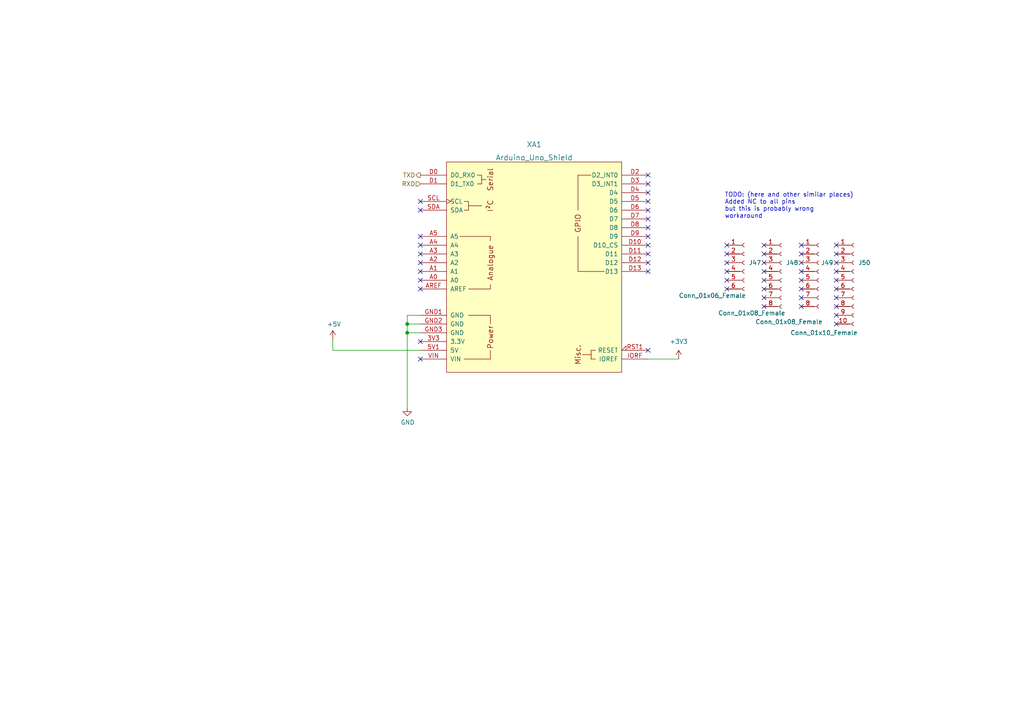
<source format=kicad_sch>
(kicad_sch (version 20230121) (generator eeschema)

  (uuid 2cd3975a-2259-4fa9-8133-e1586b9b9618)

  (paper "A4")

  (lib_symbols
    (symbol "Connector:Conn_01x06_Female" (pin_names (offset 1.016) hide) (in_bom yes) (on_board yes)
      (property "Reference" "J" (at 0 7.62 0)
        (effects (font (size 1.27 1.27)))
      )
      (property "Value" "Conn_01x06_Female" (at 0 -10.16 0)
        (effects (font (size 1.27 1.27)))
      )
      (property "Footprint" "" (at 0 0 0)
        (effects (font (size 1.27 1.27)) hide)
      )
      (property "Datasheet" "~" (at 0 0 0)
        (effects (font (size 1.27 1.27)) hide)
      )
      (property "ki_keywords" "connector" (at 0 0 0)
        (effects (font (size 1.27 1.27)) hide)
      )
      (property "ki_description" "Generic connector, single row, 01x06, script generated (kicad-library-utils/schlib/autogen/connector/)" (at 0 0 0)
        (effects (font (size 1.27 1.27)) hide)
      )
      (property "ki_fp_filters" "Connector*:*_1x??_*" (at 0 0 0)
        (effects (font (size 1.27 1.27)) hide)
      )
      (symbol "Conn_01x06_Female_1_1"
        (arc (start 0 -7.112) (mid -0.5058 -7.62) (end 0 -8.128)
          (stroke (width 0.1524) (type default))
          (fill (type none))
        )
        (arc (start 0 -4.572) (mid -0.5058 -5.08) (end 0 -5.588)
          (stroke (width 0.1524) (type default))
          (fill (type none))
        )
        (arc (start 0 -2.032) (mid -0.5058 -2.54) (end 0 -3.048)
          (stroke (width 0.1524) (type default))
          (fill (type none))
        )
        (polyline
          (pts
            (xy -1.27 -7.62)
            (xy -0.508 -7.62)
          )
          (stroke (width 0.1524) (type default))
          (fill (type none))
        )
        (polyline
          (pts
            (xy -1.27 -5.08)
            (xy -0.508 -5.08)
          )
          (stroke (width 0.1524) (type default))
          (fill (type none))
        )
        (polyline
          (pts
            (xy -1.27 -2.54)
            (xy -0.508 -2.54)
          )
          (stroke (width 0.1524) (type default))
          (fill (type none))
        )
        (polyline
          (pts
            (xy -1.27 0)
            (xy -0.508 0)
          )
          (stroke (width 0.1524) (type default))
          (fill (type none))
        )
        (polyline
          (pts
            (xy -1.27 2.54)
            (xy -0.508 2.54)
          )
          (stroke (width 0.1524) (type default))
          (fill (type none))
        )
        (polyline
          (pts
            (xy -1.27 5.08)
            (xy -0.508 5.08)
          )
          (stroke (width 0.1524) (type default))
          (fill (type none))
        )
        (arc (start 0 0.508) (mid -0.5058 0) (end 0 -0.508)
          (stroke (width 0.1524) (type default))
          (fill (type none))
        )
        (arc (start 0 3.048) (mid -0.5058 2.54) (end 0 2.032)
          (stroke (width 0.1524) (type default))
          (fill (type none))
        )
        (arc (start 0 5.588) (mid -0.5058 5.08) (end 0 4.572)
          (stroke (width 0.1524) (type default))
          (fill (type none))
        )
        (pin passive line (at -5.08 5.08 0) (length 3.81)
          (name "Pin_1" (effects (font (size 1.27 1.27))))
          (number "1" (effects (font (size 1.27 1.27))))
        )
        (pin passive line (at -5.08 2.54 0) (length 3.81)
          (name "Pin_2" (effects (font (size 1.27 1.27))))
          (number "2" (effects (font (size 1.27 1.27))))
        )
        (pin passive line (at -5.08 0 0) (length 3.81)
          (name "Pin_3" (effects (font (size 1.27 1.27))))
          (number "3" (effects (font (size 1.27 1.27))))
        )
        (pin passive line (at -5.08 -2.54 0) (length 3.81)
          (name "Pin_4" (effects (font (size 1.27 1.27))))
          (number "4" (effects (font (size 1.27 1.27))))
        )
        (pin passive line (at -5.08 -5.08 0) (length 3.81)
          (name "Pin_5" (effects (font (size 1.27 1.27))))
          (number "5" (effects (font (size 1.27 1.27))))
        )
        (pin passive line (at -5.08 -7.62 0) (length 3.81)
          (name "Pin_6" (effects (font (size 1.27 1.27))))
          (number "6" (effects (font (size 1.27 1.27))))
        )
      )
    )
    (symbol "Connector:Conn_01x08_Female" (pin_names (offset 1.016) hide) (in_bom yes) (on_board yes)
      (property "Reference" "J" (at 0 10.16 0)
        (effects (font (size 1.27 1.27)))
      )
      (property "Value" "Conn_01x08_Female" (at 0 -12.7 0)
        (effects (font (size 1.27 1.27)))
      )
      (property "Footprint" "" (at 0 0 0)
        (effects (font (size 1.27 1.27)) hide)
      )
      (property "Datasheet" "~" (at 0 0 0)
        (effects (font (size 1.27 1.27)) hide)
      )
      (property "ki_keywords" "connector" (at 0 0 0)
        (effects (font (size 1.27 1.27)) hide)
      )
      (property "ki_description" "Generic connector, single row, 01x08, script generated (kicad-library-utils/schlib/autogen/connector/)" (at 0 0 0)
        (effects (font (size 1.27 1.27)) hide)
      )
      (property "ki_fp_filters" "Connector*:*_1x??_*" (at 0 0 0)
        (effects (font (size 1.27 1.27)) hide)
      )
      (symbol "Conn_01x08_Female_1_1"
        (arc (start 0 -9.652) (mid -0.5058 -10.16) (end 0 -10.668)
          (stroke (width 0.1524) (type default))
          (fill (type none))
        )
        (arc (start 0 -7.112) (mid -0.5058 -7.62) (end 0 -8.128)
          (stroke (width 0.1524) (type default))
          (fill (type none))
        )
        (arc (start 0 -4.572) (mid -0.5058 -5.08) (end 0 -5.588)
          (stroke (width 0.1524) (type default))
          (fill (type none))
        )
        (arc (start 0 -2.032) (mid -0.5058 -2.54) (end 0 -3.048)
          (stroke (width 0.1524) (type default))
          (fill (type none))
        )
        (polyline
          (pts
            (xy -1.27 -10.16)
            (xy -0.508 -10.16)
          )
          (stroke (width 0.1524) (type default))
          (fill (type none))
        )
        (polyline
          (pts
            (xy -1.27 -7.62)
            (xy -0.508 -7.62)
          )
          (stroke (width 0.1524) (type default))
          (fill (type none))
        )
        (polyline
          (pts
            (xy -1.27 -5.08)
            (xy -0.508 -5.08)
          )
          (stroke (width 0.1524) (type default))
          (fill (type none))
        )
        (polyline
          (pts
            (xy -1.27 -2.54)
            (xy -0.508 -2.54)
          )
          (stroke (width 0.1524) (type default))
          (fill (type none))
        )
        (polyline
          (pts
            (xy -1.27 0)
            (xy -0.508 0)
          )
          (stroke (width 0.1524) (type default))
          (fill (type none))
        )
        (polyline
          (pts
            (xy -1.27 2.54)
            (xy -0.508 2.54)
          )
          (stroke (width 0.1524) (type default))
          (fill (type none))
        )
        (polyline
          (pts
            (xy -1.27 5.08)
            (xy -0.508 5.08)
          )
          (stroke (width 0.1524) (type default))
          (fill (type none))
        )
        (polyline
          (pts
            (xy -1.27 7.62)
            (xy -0.508 7.62)
          )
          (stroke (width 0.1524) (type default))
          (fill (type none))
        )
        (arc (start 0 0.508) (mid -0.5058 0) (end 0 -0.508)
          (stroke (width 0.1524) (type default))
          (fill (type none))
        )
        (arc (start 0 3.048) (mid -0.5058 2.54) (end 0 2.032)
          (stroke (width 0.1524) (type default))
          (fill (type none))
        )
        (arc (start 0 5.588) (mid -0.5058 5.08) (end 0 4.572)
          (stroke (width 0.1524) (type default))
          (fill (type none))
        )
        (arc (start 0 8.128) (mid -0.5058 7.62) (end 0 7.112)
          (stroke (width 0.1524) (type default))
          (fill (type none))
        )
        (pin passive line (at -5.08 7.62 0) (length 3.81)
          (name "Pin_1" (effects (font (size 1.27 1.27))))
          (number "1" (effects (font (size 1.27 1.27))))
        )
        (pin passive line (at -5.08 5.08 0) (length 3.81)
          (name "Pin_2" (effects (font (size 1.27 1.27))))
          (number "2" (effects (font (size 1.27 1.27))))
        )
        (pin passive line (at -5.08 2.54 0) (length 3.81)
          (name "Pin_3" (effects (font (size 1.27 1.27))))
          (number "3" (effects (font (size 1.27 1.27))))
        )
        (pin passive line (at -5.08 0 0) (length 3.81)
          (name "Pin_4" (effects (font (size 1.27 1.27))))
          (number "4" (effects (font (size 1.27 1.27))))
        )
        (pin passive line (at -5.08 -2.54 0) (length 3.81)
          (name "Pin_5" (effects (font (size 1.27 1.27))))
          (number "5" (effects (font (size 1.27 1.27))))
        )
        (pin passive line (at -5.08 -5.08 0) (length 3.81)
          (name "Pin_6" (effects (font (size 1.27 1.27))))
          (number "6" (effects (font (size 1.27 1.27))))
        )
        (pin passive line (at -5.08 -7.62 0) (length 3.81)
          (name "Pin_7" (effects (font (size 1.27 1.27))))
          (number "7" (effects (font (size 1.27 1.27))))
        )
        (pin passive line (at -5.08 -10.16 0) (length 3.81)
          (name "Pin_8" (effects (font (size 1.27 1.27))))
          (number "8" (effects (font (size 1.27 1.27))))
        )
      )
    )
    (symbol "Connector:Conn_01x10_Female" (pin_names (offset 1.016) hide) (in_bom yes) (on_board yes)
      (property "Reference" "J" (at 0 12.7 0)
        (effects (font (size 1.27 1.27)))
      )
      (property "Value" "Conn_01x10_Female" (at 0 -15.24 0)
        (effects (font (size 1.27 1.27)))
      )
      (property "Footprint" "" (at 0 0 0)
        (effects (font (size 1.27 1.27)) hide)
      )
      (property "Datasheet" "~" (at 0 0 0)
        (effects (font (size 1.27 1.27)) hide)
      )
      (property "ki_keywords" "connector" (at 0 0 0)
        (effects (font (size 1.27 1.27)) hide)
      )
      (property "ki_description" "Generic connector, single row, 01x10, script generated (kicad-library-utils/schlib/autogen/connector/)" (at 0 0 0)
        (effects (font (size 1.27 1.27)) hide)
      )
      (property "ki_fp_filters" "Connector*:*_1x??_*" (at 0 0 0)
        (effects (font (size 1.27 1.27)) hide)
      )
      (symbol "Conn_01x10_Female_1_1"
        (arc (start 0 -12.192) (mid -0.5058 -12.7) (end 0 -13.208)
          (stroke (width 0.1524) (type default))
          (fill (type none))
        )
        (arc (start 0 -9.652) (mid -0.5058 -10.16) (end 0 -10.668)
          (stroke (width 0.1524) (type default))
          (fill (type none))
        )
        (arc (start 0 -7.112) (mid -0.5058 -7.62) (end 0 -8.128)
          (stroke (width 0.1524) (type default))
          (fill (type none))
        )
        (arc (start 0 -4.572) (mid -0.5058 -5.08) (end 0 -5.588)
          (stroke (width 0.1524) (type default))
          (fill (type none))
        )
        (arc (start 0 -2.032) (mid -0.5058 -2.54) (end 0 -3.048)
          (stroke (width 0.1524) (type default))
          (fill (type none))
        )
        (polyline
          (pts
            (xy -1.27 -12.7)
            (xy -0.508 -12.7)
          )
          (stroke (width 0.1524) (type default))
          (fill (type none))
        )
        (polyline
          (pts
            (xy -1.27 -10.16)
            (xy -0.508 -10.16)
          )
          (stroke (width 0.1524) (type default))
          (fill (type none))
        )
        (polyline
          (pts
            (xy -1.27 -7.62)
            (xy -0.508 -7.62)
          )
          (stroke (width 0.1524) (type default))
          (fill (type none))
        )
        (polyline
          (pts
            (xy -1.27 -5.08)
            (xy -0.508 -5.08)
          )
          (stroke (width 0.1524) (type default))
          (fill (type none))
        )
        (polyline
          (pts
            (xy -1.27 -2.54)
            (xy -0.508 -2.54)
          )
          (stroke (width 0.1524) (type default))
          (fill (type none))
        )
        (polyline
          (pts
            (xy -1.27 0)
            (xy -0.508 0)
          )
          (stroke (width 0.1524) (type default))
          (fill (type none))
        )
        (polyline
          (pts
            (xy -1.27 2.54)
            (xy -0.508 2.54)
          )
          (stroke (width 0.1524) (type default))
          (fill (type none))
        )
        (polyline
          (pts
            (xy -1.27 5.08)
            (xy -0.508 5.08)
          )
          (stroke (width 0.1524) (type default))
          (fill (type none))
        )
        (polyline
          (pts
            (xy -1.27 7.62)
            (xy -0.508 7.62)
          )
          (stroke (width 0.1524) (type default))
          (fill (type none))
        )
        (polyline
          (pts
            (xy -1.27 10.16)
            (xy -0.508 10.16)
          )
          (stroke (width 0.1524) (type default))
          (fill (type none))
        )
        (arc (start 0 0.508) (mid -0.5058 0) (end 0 -0.508)
          (stroke (width 0.1524) (type default))
          (fill (type none))
        )
        (arc (start 0 3.048) (mid -0.5058 2.54) (end 0 2.032)
          (stroke (width 0.1524) (type default))
          (fill (type none))
        )
        (arc (start 0 5.588) (mid -0.5058 5.08) (end 0 4.572)
          (stroke (width 0.1524) (type default))
          (fill (type none))
        )
        (arc (start 0 8.128) (mid -0.5058 7.62) (end 0 7.112)
          (stroke (width 0.1524) (type default))
          (fill (type none))
        )
        (arc (start 0 10.668) (mid -0.5058 10.16) (end 0 9.652)
          (stroke (width 0.1524) (type default))
          (fill (type none))
        )
        (pin passive line (at -5.08 10.16 0) (length 3.81)
          (name "Pin_1" (effects (font (size 1.27 1.27))))
          (number "1" (effects (font (size 1.27 1.27))))
        )
        (pin passive line (at -5.08 -12.7 0) (length 3.81)
          (name "Pin_10" (effects (font (size 1.27 1.27))))
          (number "10" (effects (font (size 1.27 1.27))))
        )
        (pin passive line (at -5.08 7.62 0) (length 3.81)
          (name "Pin_2" (effects (font (size 1.27 1.27))))
          (number "2" (effects (font (size 1.27 1.27))))
        )
        (pin passive line (at -5.08 5.08 0) (length 3.81)
          (name "Pin_3" (effects (font (size 1.27 1.27))))
          (number "3" (effects (font (size 1.27 1.27))))
        )
        (pin passive line (at -5.08 2.54 0) (length 3.81)
          (name "Pin_4" (effects (font (size 1.27 1.27))))
          (number "4" (effects (font (size 1.27 1.27))))
        )
        (pin passive line (at -5.08 0 0) (length 3.81)
          (name "Pin_5" (effects (font (size 1.27 1.27))))
          (number "5" (effects (font (size 1.27 1.27))))
        )
        (pin passive line (at -5.08 -2.54 0) (length 3.81)
          (name "Pin_6" (effects (font (size 1.27 1.27))))
          (number "6" (effects (font (size 1.27 1.27))))
        )
        (pin passive line (at -5.08 -5.08 0) (length 3.81)
          (name "Pin_7" (effects (font (size 1.27 1.27))))
          (number "7" (effects (font (size 1.27 1.27))))
        )
        (pin passive line (at -5.08 -7.62 0) (length 3.81)
          (name "Pin_8" (effects (font (size 1.27 1.27))))
          (number "8" (effects (font (size 1.27 1.27))))
        )
        (pin passive line (at -5.08 -10.16 0) (length 3.81)
          (name "Pin_9" (effects (font (size 1.27 1.27))))
          (number "9" (effects (font (size 1.27 1.27))))
        )
      )
    )
    (symbol "MyModules:Arduino_Uno_Shield" (pin_names (offset 1.016)) (in_bom yes) (on_board yes)
      (property "Reference" "XA1" (at 0 35.56 0)
        (effects (font (size 1.524 1.524)))
      )
      (property "Value" "Arduino_Uno_Shield" (at 0 31.75 0)
        (effects (font (size 1.524 1.524)))
      )
      (property "Footprint" "MyModules:Arduino_Uno_Shield" (at 45.72 95.25 0)
        (effects (font (size 1.524 1.524)) hide)
      )
      (property "Datasheet" "" (at 45.72 95.25 0)
        (effects (font (size 1.524 1.524)) hide)
      )
      (property "Config" "do not place" (at 0 0 0)
        (effects (font (size 1.27 1.27)) hide)
      )
      (property "DNP" "Y" (at 0 0 0)
        (effects (font (size 1.27 1.27)) hide)
      )
      (property "ki_fp_filters" "Arduino_Uno_Shield" (at 0 0 0)
        (effects (font (size 1.27 1.27)) hide)
      )
      (symbol "Arduino_Uno_Shield_0_0"
        (rectangle (start -25.4 30.48) (end 25.4 -30.48)
          (stroke (width 0) (type default))
          (fill (type background))
        )
        (rectangle (start -20.32 -26.67) (end -12.7 -26.67)
          (stroke (width 0) (type default))
          (fill (type none))
        )
        (rectangle (start -19.05 -13.97) (end -12.7 -13.97)
          (stroke (width 0) (type default))
          (fill (type none))
        )
        (polyline
          (pts
            (xy -19.05 17.78)
            (xy -15.24 17.78)
          )
          (stroke (width 0) (type default))
          (fill (type none))
        )
        (polyline
          (pts
            (xy -15.24 25.4)
            (xy -13.97 25.4)
          )
          (stroke (width 0) (type default))
          (fill (type none))
        )
        (polyline
          (pts
            (xy -12.7 -26.67)
            (xy -12.7 -24.13)
          )
          (stroke (width 0) (type default))
          (fill (type none))
        )
        (polyline
          (pts
            (xy -12.7 -15.24)
            (xy -12.7 -16.51)
          )
          (stroke (width 0) (type default))
          (fill (type none))
        )
        (polyline
          (pts
            (xy -12.7 -13.97)
            (xy -12.7 -15.24)
          )
          (stroke (width 0) (type default))
          (fill (type none))
        )
        (polyline
          (pts
            (xy -12.7 -5.08)
            (xy -12.7 -6.35)
            (xy -19.05 -6.35)
          )
          (stroke (width 0) (type default))
          (fill (type none))
        )
        (polyline
          (pts
            (xy -12.7 7.62)
            (xy -12.7 8.89)
            (xy -21.59 8.89)
          )
          (stroke (width 0) (type default))
          (fill (type none))
        )
        (polyline
          (pts
            (xy 12.7 8.89)
            (xy 12.7 -1.27)
            (xy 20.32 -1.27)
          )
          (stroke (width 0) (type default))
          (fill (type none))
        )
        (polyline
          (pts
            (xy 12.7 16.51)
            (xy 12.7 26.67)
            (xy 16.51 26.67)
          )
          (stroke (width 0) (type default))
          (fill (type none))
        )
        (polyline
          (pts
            (xy -20.32 19.05)
            (xy -19.05 19.05)
            (xy -19.05 16.51)
            (xy -20.32 16.51)
          )
          (stroke (width 0) (type default))
          (fill (type none))
        )
        (polyline
          (pts
            (xy -16.51 26.67)
            (xy -15.24 26.67)
            (xy -15.24 24.13)
            (xy -16.51 24.13)
          )
          (stroke (width 0) (type default))
          (fill (type none))
        )
        (rectangle (start 16.51 -25.4) (end 13.97 -25.4)
          (stroke (width 0) (type default))
          (fill (type none))
        )
        (rectangle (start 16.51 -24.13) (end 16.51 -26.67)
          (stroke (width 0) (type default))
          (fill (type none))
        )
        (rectangle (start 17.78 -26.67) (end 16.51 -26.67)
          (stroke (width 0) (type default))
          (fill (type none))
        )
        (rectangle (start 17.78 -24.13) (end 16.51 -24.13)
          (stroke (width 0) (type default))
          (fill (type none))
        )
        (text "Analogue" (at -12.7 1.27 900)
          (effects (font (size 1.524 1.524)))
        )
        (text "I²C" (at -12.7 17.78 900)
          (effects (font (size 1.524 1.524)))
        )
        (text "Misc." (at 12.7 -25.4 900)
          (effects (font (size 1.524 1.524)))
        )
        (text "Power" (at -12.7 -20.32 900)
          (effects (font (size 1.524 1.524)))
        )
        (text "Serial" (at -12.7 25.4 900)
          (effects (font (size 1.524 1.524)))
        )
      )
      (symbol "Arduino_Uno_Shield_1_0"
        (text "GPIO" (at 12.7 12.7 900)
          (effects (font (size 1.524 1.524)))
        )
      )
      (symbol "Arduino_Uno_Shield_1_1"
        (pin power_in line (at -33.02 -21.59 0) (length 7.62)
          (name "3.3V" (effects (font (size 1.27 1.27))))
          (number "3V3" (effects (font (size 1.27 1.27))))
        )
        (pin power_in line (at -33.02 -24.13 0) (length 7.62)
          (name "5V" (effects (font (size 1.27 1.27))))
          (number "5V1" (effects (font (size 1.27 1.27))))
        )
        (pin bidirectional line (at -33.02 -3.81 0) (length 7.62)
          (name "A0" (effects (font (size 1.27 1.27))))
          (number "A0" (effects (font (size 1.27 1.27))))
        )
        (pin bidirectional line (at -33.02 -1.27 0) (length 7.62)
          (name "A1" (effects (font (size 1.27 1.27))))
          (number "A1" (effects (font (size 1.27 1.27))))
        )
        (pin bidirectional line (at -33.02 1.27 0) (length 7.62)
          (name "A2" (effects (font (size 1.27 1.27))))
          (number "A2" (effects (font (size 1.27 1.27))))
        )
        (pin bidirectional line (at -33.02 3.81 0) (length 7.62)
          (name "A3" (effects (font (size 1.27 1.27))))
          (number "A3" (effects (font (size 1.27 1.27))))
        )
        (pin bidirectional line (at -33.02 6.35 0) (length 7.62)
          (name "A4" (effects (font (size 1.27 1.27))))
          (number "A4" (effects (font (size 1.27 1.27))))
        )
        (pin bidirectional line (at -33.02 8.89 0) (length 7.62)
          (name "A5" (effects (font (size 1.27 1.27))))
          (number "A5" (effects (font (size 1.27 1.27))))
        )
        (pin input line (at -33.02 -6.35 0) (length 7.62)
          (name "AREF" (effects (font (size 1.27 1.27))))
          (number "AREF" (effects (font (size 1.27 1.27))))
        )
        (pin bidirectional line (at -33.02 26.67 0) (length 7.62)
          (name "D0_RX0" (effects (font (size 1.27 1.27))))
          (number "D0" (effects (font (size 1.27 1.27))))
        )
        (pin bidirectional line (at -33.02 24.13 0) (length 7.62)
          (name "D1_TX0" (effects (font (size 1.27 1.27))))
          (number "D1" (effects (font (size 1.27 1.27))))
        )
        (pin bidirectional line (at 33.02 6.35 180) (length 7.62)
          (name "D10_CS" (effects (font (size 1.27 1.27))))
          (number "D10" (effects (font (size 1.27 1.27))))
        )
        (pin bidirectional line (at 33.02 3.81 180) (length 7.62)
          (name "D11" (effects (font (size 1.27 1.27))))
          (number "D11" (effects (font (size 1.27 1.27))))
        )
        (pin bidirectional line (at 33.02 1.27 180) (length 7.62)
          (name "D12" (effects (font (size 1.27 1.27))))
          (number "D12" (effects (font (size 1.27 1.27))))
        )
        (pin bidirectional line (at 33.02 -1.27 180) (length 7.62)
          (name "D13" (effects (font (size 1.27 1.27))))
          (number "D13" (effects (font (size 1.27 1.27))))
        )
        (pin bidirectional line (at 33.02 26.67 180) (length 7.62)
          (name "D2_INT0" (effects (font (size 1.27 1.27))))
          (number "D2" (effects (font (size 1.27 1.27))))
        )
        (pin bidirectional line (at 33.02 24.13 180) (length 7.62)
          (name "D3_INT1" (effects (font (size 1.27 1.27))))
          (number "D3" (effects (font (size 1.27 1.27))))
        )
        (pin bidirectional line (at 33.02 21.59 180) (length 7.62)
          (name "D4" (effects (font (size 1.27 1.27))))
          (number "D4" (effects (font (size 1.27 1.27))))
        )
        (pin bidirectional line (at 33.02 19.05 180) (length 7.62)
          (name "D5" (effects (font (size 1.27 1.27))))
          (number "D5" (effects (font (size 1.27 1.27))))
        )
        (pin bidirectional line (at 33.02 16.51 180) (length 7.62)
          (name "D6" (effects (font (size 1.27 1.27))))
          (number "D6" (effects (font (size 1.27 1.27))))
        )
        (pin bidirectional line (at 33.02 13.97 180) (length 7.62)
          (name "D7" (effects (font (size 1.27 1.27))))
          (number "D7" (effects (font (size 1.27 1.27))))
        )
        (pin bidirectional line (at 33.02 11.43 180) (length 7.62)
          (name "D8" (effects (font (size 1.27 1.27))))
          (number "D8" (effects (font (size 1.27 1.27))))
        )
        (pin bidirectional line (at 33.02 8.89 180) (length 7.62)
          (name "D9" (effects (font (size 1.27 1.27))))
          (number "D9" (effects (font (size 1.27 1.27))))
        )
        (pin power_in line (at -33.02 -13.97 0) (length 7.62)
          (name "GND" (effects (font (size 1.27 1.27))))
          (number "GND1" (effects (font (size 1.27 1.27))))
        )
        (pin power_in line (at -33.02 -16.51 0) (length 7.62)
          (name "GND" (effects (font (size 1.27 1.27))))
          (number "GND2" (effects (font (size 1.27 1.27))))
        )
        (pin power_in line (at -33.02 -19.05 0) (length 7.62)
          (name "GND" (effects (font (size 1.27 1.27))))
          (number "GND3" (effects (font (size 1.27 1.27))))
        )
        (pin power_in line (at 33.02 -26.67 180) (length 7.62)
          (name "IOREF" (effects (font (size 1.27 1.27))))
          (number "IORF" (effects (font (size 1.27 1.27))))
        )
        (pin open_collector input_low (at 33.02 -24.13 180) (length 7.62)
          (name "RESET" (effects (font (size 1.27 1.27))))
          (number "RST1" (effects (font (size 1.27 1.27))))
        )
        (pin bidirectional clock (at -33.02 19.05 0) (length 7.62)
          (name "SCL" (effects (font (size 1.27 1.27))))
          (number "SCL" (effects (font (size 1.27 1.27))))
        )
        (pin bidirectional line (at -33.02 16.51 0) (length 7.62)
          (name "SDA" (effects (font (size 1.27 1.27))))
          (number "SDA" (effects (font (size 1.27 1.27))))
        )
        (pin power_in line (at -33.02 -26.67 0) (length 7.62)
          (name "VIN" (effects (font (size 1.27 1.27))))
          (number "VIN" (effects (font (size 1.27 1.27))))
        )
      )
    )
    (symbol "power:+3.3V" (power) (pin_names (offset 0)) (in_bom yes) (on_board yes)
      (property "Reference" "#PWR" (at 0 -3.81 0)
        (effects (font (size 1.27 1.27)) hide)
      )
      (property "Value" "+3.3V" (at 0 3.556 0)
        (effects (font (size 1.27 1.27)))
      )
      (property "Footprint" "" (at 0 0 0)
        (effects (font (size 1.27 1.27)) hide)
      )
      (property "Datasheet" "" (at 0 0 0)
        (effects (font (size 1.27 1.27)) hide)
      )
      (property "ki_keywords" "power-flag" (at 0 0 0)
        (effects (font (size 1.27 1.27)) hide)
      )
      (property "ki_description" "Power symbol creates a global label with name \"+3.3V\"" (at 0 0 0)
        (effects (font (size 1.27 1.27)) hide)
      )
      (symbol "+3.3V_0_1"
        (polyline
          (pts
            (xy -0.762 1.27)
            (xy 0 2.54)
          )
          (stroke (width 0) (type default))
          (fill (type none))
        )
        (polyline
          (pts
            (xy 0 0)
            (xy 0 2.54)
          )
          (stroke (width 0) (type default))
          (fill (type none))
        )
        (polyline
          (pts
            (xy 0 2.54)
            (xy 0.762 1.27)
          )
          (stroke (width 0) (type default))
          (fill (type none))
        )
      )
      (symbol "+3.3V_1_1"
        (pin power_in line (at 0 0 90) (length 0) hide
          (name "+3V3" (effects (font (size 1.27 1.27))))
          (number "1" (effects (font (size 1.27 1.27))))
        )
      )
    )
    (symbol "power:+5V" (power) (pin_names (offset 0)) (in_bom yes) (on_board yes)
      (property "Reference" "#PWR" (at 0 -3.81 0)
        (effects (font (size 1.27 1.27)) hide)
      )
      (property "Value" "+5V" (at 0 3.556 0)
        (effects (font (size 1.27 1.27)))
      )
      (property "Footprint" "" (at 0 0 0)
        (effects (font (size 1.27 1.27)) hide)
      )
      (property "Datasheet" "" (at 0 0 0)
        (effects (font (size 1.27 1.27)) hide)
      )
      (property "ki_keywords" "power-flag" (at 0 0 0)
        (effects (font (size 1.27 1.27)) hide)
      )
      (property "ki_description" "Power symbol creates a global label with name \"+5V\"" (at 0 0 0)
        (effects (font (size 1.27 1.27)) hide)
      )
      (symbol "+5V_0_1"
        (polyline
          (pts
            (xy -0.762 1.27)
            (xy 0 2.54)
          )
          (stroke (width 0) (type default))
          (fill (type none))
        )
        (polyline
          (pts
            (xy 0 0)
            (xy 0 2.54)
          )
          (stroke (width 0) (type default))
          (fill (type none))
        )
        (polyline
          (pts
            (xy 0 2.54)
            (xy 0.762 1.27)
          )
          (stroke (width 0) (type default))
          (fill (type none))
        )
      )
      (symbol "+5V_1_1"
        (pin power_in line (at 0 0 90) (length 0) hide
          (name "+5V" (effects (font (size 1.27 1.27))))
          (number "1" (effects (font (size 1.27 1.27))))
        )
      )
    )
    (symbol "power:GND" (power) (pin_names (offset 0)) (in_bom yes) (on_board yes)
      (property "Reference" "#PWR" (at 0 -6.35 0)
        (effects (font (size 1.27 1.27)) hide)
      )
      (property "Value" "GND" (at 0 -3.81 0)
        (effects (font (size 1.27 1.27)))
      )
      (property "Footprint" "" (at 0 0 0)
        (effects (font (size 1.27 1.27)) hide)
      )
      (property "Datasheet" "" (at 0 0 0)
        (effects (font (size 1.27 1.27)) hide)
      )
      (property "ki_keywords" "power-flag" (at 0 0 0)
        (effects (font (size 1.27 1.27)) hide)
      )
      (property "ki_description" "Power symbol creates a global label with name \"GND\" , ground" (at 0 0 0)
        (effects (font (size 1.27 1.27)) hide)
      )
      (symbol "GND_0_1"
        (polyline
          (pts
            (xy 0 0)
            (xy 0 -1.27)
            (xy 1.27 -1.27)
            (xy 0 -2.54)
            (xy -1.27 -1.27)
            (xy 0 -1.27)
          )
          (stroke (width 0) (type default))
          (fill (type none))
        )
      )
      (symbol "GND_1_1"
        (pin power_in line (at 0 0 270) (length 0) hide
          (name "GND" (effects (font (size 1.27 1.27))))
          (number "1" (effects (font (size 1.27 1.27))))
        )
      )
    )
  )

  (junction (at 118.11 96.52) (diameter 0) (color 0 0 0 0)
    (uuid b8b15b51-8345-4a1d-8ecf-04fc15b9e450)
  )
  (junction (at 118.11 93.98) (diameter 0) (color 0 0 0 0)
    (uuid eafb53d1-7486-4935-b154-2efbffbed6ca)
  )

  (no_connect (at 121.92 83.82) (uuid 308cb55e-95a7-46e2-89df-43a5fdb258cc))
  (no_connect (at 121.92 81.28) (uuid 308cb55e-95a7-46e2-89df-43a5fdb258cd))
  (no_connect (at 121.92 78.74) (uuid 308cb55e-95a7-46e2-89df-43a5fdb258ce))
  (no_connect (at 121.92 76.2) (uuid 308cb55e-95a7-46e2-89df-43a5fdb258cf))
  (no_connect (at 121.92 68.58) (uuid 308cb55e-95a7-46e2-89df-43a5fdb258d0))
  (no_connect (at 121.92 73.66) (uuid 308cb55e-95a7-46e2-89df-43a5fdb258d1))
  (no_connect (at 121.92 71.12) (uuid 308cb55e-95a7-46e2-89df-43a5fdb258d2))
  (no_connect (at 121.92 58.42) (uuid 308cb55e-95a7-46e2-89df-43a5fdb258d3))
  (no_connect (at 121.92 60.96) (uuid 308cb55e-95a7-46e2-89df-43a5fdb258d4))
  (no_connect (at 187.96 76.2) (uuid 308cb55e-95a7-46e2-89df-43a5fdb258d5))
  (no_connect (at 187.96 78.74) (uuid 308cb55e-95a7-46e2-89df-43a5fdb258d6))
  (no_connect (at 187.96 63.5) (uuid 308cb55e-95a7-46e2-89df-43a5fdb258da))
  (no_connect (at 187.96 66.04) (uuid 308cb55e-95a7-46e2-89df-43a5fdb258db))
  (no_connect (at 187.96 68.58) (uuid 308cb55e-95a7-46e2-89df-43a5fdb258dc))
  (no_connect (at 187.96 71.12) (uuid 308cb55e-95a7-46e2-89df-43a5fdb258dd))
  (no_connect (at 187.96 73.66) (uuid 308cb55e-95a7-46e2-89df-43a5fdb258de))
  (no_connect (at 187.96 50.8) (uuid 308cb55e-95a7-46e2-89df-43a5fdb258df))
  (no_connect (at 187.96 53.34) (uuid 308cb55e-95a7-46e2-89df-43a5fdb258e0))
  (no_connect (at 187.96 55.88) (uuid 308cb55e-95a7-46e2-89df-43a5fdb258e1))
  (no_connect (at 187.96 58.42) (uuid 308cb55e-95a7-46e2-89df-43a5fdb258e2))
  (no_connect (at 187.96 60.96) (uuid 308cb55e-95a7-46e2-89df-43a5fdb258e3))
  (no_connect (at 187.96 101.6) (uuid 308cb55e-95a7-46e2-89df-43a5fdb258e4))
  (no_connect (at 210.82 83.82) (uuid 87c85dd5-5786-46ed-9c45-f51d221c0b03))
  (no_connect (at 210.82 71.12) (uuid 87c85dd5-5786-46ed-9c45-f51d221c0b04))
  (no_connect (at 210.82 73.66) (uuid 87c85dd5-5786-46ed-9c45-f51d221c0b05))
  (no_connect (at 210.82 76.2) (uuid 87c85dd5-5786-46ed-9c45-f51d221c0b06))
  (no_connect (at 210.82 78.74) (uuid 87c85dd5-5786-46ed-9c45-f51d221c0b07))
  (no_connect (at 210.82 81.28) (uuid 87c85dd5-5786-46ed-9c45-f51d221c0b08))
  (no_connect (at 221.615 78.74) (uuid 87c85dd5-5786-46ed-9c45-f51d221c0b09))
  (no_connect (at 221.615 81.28) (uuid 87c85dd5-5786-46ed-9c45-f51d221c0b0a))
  (no_connect (at 221.615 83.82) (uuid 87c85dd5-5786-46ed-9c45-f51d221c0b0b))
  (no_connect (at 221.615 86.36) (uuid 87c85dd5-5786-46ed-9c45-f51d221c0b0c))
  (no_connect (at 221.615 88.9) (uuid 87c85dd5-5786-46ed-9c45-f51d221c0b0d))
  (no_connect (at 232.41 88.9) (uuid 87c85dd5-5786-46ed-9c45-f51d221c0b0e))
  (no_connect (at 232.41 86.36) (uuid 87c85dd5-5786-46ed-9c45-f51d221c0b0f))
  (no_connect (at 232.41 83.82) (uuid 87c85dd5-5786-46ed-9c45-f51d221c0b10))
  (no_connect (at 232.41 81.28) (uuid 87c85dd5-5786-46ed-9c45-f51d221c0b11))
  (no_connect (at 242.57 91.44) (uuid 87c85dd5-5786-46ed-9c45-f51d221c0b12))
  (no_connect (at 242.57 93.98) (uuid 87c85dd5-5786-46ed-9c45-f51d221c0b13))
  (no_connect (at 221.615 71.12) (uuid 87c85dd5-5786-46ed-9c45-f51d221c0b14))
  (no_connect (at 221.615 73.66) (uuid 87c85dd5-5786-46ed-9c45-f51d221c0b15))
  (no_connect (at 232.41 71.12) (uuid 87c85dd5-5786-46ed-9c45-f51d221c0b16))
  (no_connect (at 221.615 76.2) (uuid 87c85dd5-5786-46ed-9c45-f51d221c0b17))
  (no_connect (at 232.41 78.74) (uuid 87c85dd5-5786-46ed-9c45-f51d221c0b18))
  (no_connect (at 232.41 76.2) (uuid 87c85dd5-5786-46ed-9c45-f51d221c0b19))
  (no_connect (at 232.41 73.66) (uuid 87c85dd5-5786-46ed-9c45-f51d221c0b1a))
  (no_connect (at 242.57 71.12) (uuid 87c85dd5-5786-46ed-9c45-f51d221c0b1b))
  (no_connect (at 242.57 73.66) (uuid 87c85dd5-5786-46ed-9c45-f51d221c0b1c))
  (no_connect (at 242.57 76.2) (uuid 87c85dd5-5786-46ed-9c45-f51d221c0b1d))
  (no_connect (at 242.57 78.74) (uuid 87c85dd5-5786-46ed-9c45-f51d221c0b1e))
  (no_connect (at 242.57 81.28) (uuid 87c85dd5-5786-46ed-9c45-f51d221c0b1f))
  (no_connect (at 242.57 83.82) (uuid 87c85dd5-5786-46ed-9c45-f51d221c0b20))
  (no_connect (at 242.57 86.36) (uuid 87c85dd5-5786-46ed-9c45-f51d221c0b21))
  (no_connect (at 242.57 88.9) (uuid 87c85dd5-5786-46ed-9c45-f51d221c0b22))
  (no_connect (at 121.92 99.06) (uuid b652d8e8-4f9a-4db4-b00b-80a04a5eea9d))
  (no_connect (at 121.92 104.14) (uuid b652d8e8-4f9a-4db4-b00b-80a04a5eea9e))

  (wire (pts (xy 121.92 96.52) (xy 118.11 96.52))
    (stroke (width 0) (type default))
    (uuid 004b7456-c25a-480f-88f6-723c1bcd9939)
  )
  (wire (pts (xy 118.11 91.44) (xy 118.11 93.98))
    (stroke (width 0) (type default))
    (uuid 3b6dda98-f455-4961-854e-3c4cceecffcc)
  )
  (wire (pts (xy 121.92 93.98) (xy 118.11 93.98))
    (stroke (width 0) (type default))
    (uuid 42f10020-b50a-4739-a546-6b63e441c980)
  )
  (wire (pts (xy 96.52 98.425) (xy 96.52 101.6))
    (stroke (width 0) (type default))
    (uuid 5d2f1736-f198-4ee7-a3c0-263aeb748d14)
  )
  (wire (pts (xy 96.52 101.6) (xy 121.92 101.6))
    (stroke (width 0) (type default))
    (uuid 6e9883d7-9642-4425-a248-b92a09f0624c)
  )
  (wire (pts (xy 118.11 96.52) (xy 118.11 118.11))
    (stroke (width 0) (type default))
    (uuid 832b5a8c-7fe2-47ff-beee-cebf840750bb)
  )
  (wire (pts (xy 121.92 91.44) (xy 118.11 91.44))
    (stroke (width 0) (type default))
    (uuid af6ac8e6-193c-4bd2-ac0b-7f515b538a8b)
  )
  (wire (pts (xy 118.11 93.98) (xy 118.11 96.52))
    (stroke (width 0) (type default))
    (uuid b55dabdc-b790-4740-9349-75159cff975a)
  )
  (wire (pts (xy 187.96 104.14) (xy 196.85 104.14))
    (stroke (width 0) (type default))
    (uuid f34bd975-248c-4880-826a-51cd0091b014)
  )

  (text "TODO: (here and other similar places)\nAdded NC to all pins \nbut this is probably wrong\nworkaround"
    (at 210.185 63.5 0)
    (effects (font (size 1.27 1.27)) (justify left bottom))
    (uuid 0aebd4b1-26c9-4c64-882a-2c16bdb0d4fa)
  )

  (hierarchical_label "TXD" (shape output) (at 121.92 50.8 180) (fields_autoplaced)
    (effects (font (size 1.27 1.27)) (justify right))
    (uuid 8765371a-21c2-4fe3-a3af-88f5eb1f02a0)
  )
  (hierarchical_label "RXD" (shape input) (at 121.92 53.34 180) (fields_autoplaced)
    (effects (font (size 1.27 1.27)) (justify right))
    (uuid ed952427-2217-4500-9bbc-0c2746b198ad)
  )

  (symbol (lib_id "power:GND") (at 118.11 118.11 0) (unit 1)
    (in_bom yes) (on_board yes) (dnp no)
    (uuid 00000000-0000-0000-0000-0000610913ae)
    (property "Reference" "#PWR0109" (at 118.11 124.46 0)
      (effects (font (size 1.27 1.27)) hide)
    )
    (property "Value" "GND" (at 118.237 122.5042 0)
      (effects (font (size 1.27 1.27)))
    )
    (property "Footprint" "" (at 118.11 118.11 0)
      (effects (font (size 1.27 1.27)) hide)
    )
    (property "Datasheet" "" (at 118.11 118.11 0)
      (effects (font (size 1.27 1.27)) hide)
    )
    (pin "1" (uuid 1a1e8f6a-d2ac-447c-8fa6-2bc682b8bcdc))
    (instances
      (project "OM Landroid MB"
        (path "/c454102f-dc92-4550-9492-797fc8e6b49c/00000000-0000-0000-0000-00006109dce5"
          (reference "#PWR0109") (unit 1)
        )
      )
    )
  )

  (symbol (lib_id "power:+3.3V") (at 196.85 104.14 0) (unit 1)
    (in_bom yes) (on_board yes) (dnp no) (fields_autoplaced)
    (uuid 467845d0-e864-40d0-8d2c-d7ba4d85e554)
    (property "Reference" "#PWR0116" (at 196.85 107.95 0)
      (effects (font (size 1.27 1.27)) hide)
    )
    (property "Value" "+3.3V" (at 196.85 99.06 0)
      (effects (font (size 1.27 1.27)))
    )
    (property "Footprint" "" (at 196.85 104.14 0)
      (effects (font (size 1.27 1.27)) hide)
    )
    (property "Datasheet" "" (at 196.85 104.14 0)
      (effects (font (size 1.27 1.27)) hide)
    )
    (pin "1" (uuid c7ec9769-4fef-44cb-946c-62be59a54b29))
    (instances
      (project "OM Landroid MB"
        (path "/c454102f-dc92-4550-9492-797fc8e6b49c/00000000-0000-0000-0000-00006109dce5"
          (reference "#PWR0116") (unit 1)
        )
      )
    )
  )

  (symbol (lib_id "Connector:Conn_01x10_Female") (at 247.65 81.28 0) (unit 1)
    (in_bom yes) (on_board no) (dnp no)
    (uuid 649164b7-9eb9-4189-839a-6dcef63f68c2)
    (property "Reference" "J50" (at 248.92 76.2 0)
      (effects (font (size 1.27 1.27)) (justify left))
    )
    (property "Value" "Conn_01x10_Female" (at 229.235 96.52 0)
      (effects (font (size 1.27 1.27)) (justify left))
    )
    (property "Footprint" "" (at 247.65 81.28 0)
      (effects (font (size 1.27 1.27)) hide)
    )
    (property "Datasheet" "~" (at 247.65 81.28 0)
      (effects (font (size 1.27 1.27)) hide)
    )
    (property "LCSC" "C35445" (at 247.65 81.28 0)
      (effects (font (size 1.27 1.27)) hide)
    )
    (property "Part Number" "C35445" (at 247.65 81.28 0)
      (effects (font (size 1.27 1.27)) hide)
    )
    (property "Stock_PN" "J-TH-1x10-.1F" (at 247.65 81.28 0)
      (effects (font (size 1.27 1.27)) hide)
    )
    (pin "1" (uuid 13a9936b-943c-4aa4-b3eb-21470a0b8d0a))
    (pin "10" (uuid 464ea399-28ac-4ecf-93ca-8109f99118e2))
    (pin "2" (uuid 1c15c0a3-15e8-406b-9754-c092f8898ce3))
    (pin "3" (uuid 6f027b68-f5c9-4fc8-9766-427861905873))
    (pin "4" (uuid be700ba0-c5d1-44b0-9aee-c6fd93ba2ac6))
    (pin "5" (uuid 95cdeb47-0abf-4598-92b6-e29ccf68a01b))
    (pin "6" (uuid c4a54d4d-c35c-4ca0-8507-93d9297306f5))
    (pin "7" (uuid 6a81a04b-0c6b-4fb8-9f82-5563fe86f14c))
    (pin "8" (uuid e8eac3d4-af87-4d9b-a96a-f2ab198532b2))
    (pin "9" (uuid 3dbf3f90-4bbe-4cc2-9053-3c3fd002adbe))
    (instances
      (project "OM Landroid MB"
        (path "/c454102f-dc92-4550-9492-797fc8e6b49c/00000000-0000-0000-0000-00006109dce5"
          (reference "J50") (unit 1)
        )
      )
    )
  )

  (symbol (lib_id "power:+5V") (at 96.52 98.425 0) (unit 1)
    (in_bom yes) (on_board yes) (dnp no)
    (uuid 6ee16e40-2ec2-436c-891f-4f0111e8ba95)
    (property "Reference" "#PWR0134" (at 96.52 102.235 0)
      (effects (font (size 1.27 1.27)) hide)
    )
    (property "Value" "+5V" (at 96.901 94.0308 0)
      (effects (font (size 1.27 1.27)))
    )
    (property "Footprint" "" (at 96.52 98.425 0)
      (effects (font (size 1.27 1.27)) hide)
    )
    (property "Datasheet" "" (at 96.52 98.425 0)
      (effects (font (size 1.27 1.27)) hide)
    )
    (pin "1" (uuid c3d92efa-83e8-4046-af4a-ce6fe6729a30))
    (instances
      (project "OM Landroid MB"
        (path "/c454102f-dc92-4550-9492-797fc8e6b49c/00000000-0000-0000-0000-00006109dce5"
          (reference "#PWR0134") (unit 1)
        )
      )
    )
  )

  (symbol (lib_id "Connector:Conn_01x08_Female") (at 237.49 78.74 0) (unit 1)
    (in_bom yes) (on_board no) (dnp no)
    (uuid 6f651fde-880e-4ecf-90c1-1b78a286d743)
    (property "Reference" "J49" (at 238.125 76.2 0)
      (effects (font (size 1.27 1.27)) (justify left))
    )
    (property "Value" "Conn_01x08_Female" (at 219.075 93.345 0)
      (effects (font (size 1.27 1.27)) (justify left))
    )
    (property "Footprint" "" (at 237.49 78.74 0)
      (effects (font (size 1.27 1.27)) hide)
    )
    (property "Datasheet" "~" (at 237.49 78.74 0)
      (effects (font (size 1.27 1.27)) hide)
    )
    (property "LCSC" "C27438" (at 237.49 78.74 0)
      (effects (font (size 1.27 1.27)) hide)
    )
    (property "Part Number" "C27438" (at 237.49 78.74 0)
      (effects (font (size 1.27 1.27)) hide)
    )
    (property "Stock_PN" "J-TH-1x8-.1F" (at 237.49 78.74 0)
      (effects (font (size 1.27 1.27)) hide)
    )
    (pin "1" (uuid e9a2ff4d-56e8-4b37-be6f-bab16943d949))
    (pin "2" (uuid dabf5dbf-fa92-4e17-9c13-bb431b381d25))
    (pin "3" (uuid 81e84b3f-9ac4-406c-9562-d9f4010e574b))
    (pin "4" (uuid d64c027a-5200-428a-9883-7b24c924aa59))
    (pin "5" (uuid 34b710ad-c8fe-4986-abb1-d4b3e59f0448))
    (pin "6" (uuid 6f65c856-8482-4202-bc85-8b4a8a2a2e5d))
    (pin "7" (uuid 3638ce31-9f66-4c0b-bcb8-2bdea1bb0f1f))
    (pin "8" (uuid c21dd749-e5a2-41dd-904a-5cedd225ffe9))
    (instances
      (project "OM Landroid MB"
        (path "/c454102f-dc92-4550-9492-797fc8e6b49c/00000000-0000-0000-0000-00006109dce5"
          (reference "J49") (unit 1)
        )
      )
    )
  )

  (symbol (lib_id "Connector:Conn_01x06_Female") (at 215.9 76.2 0) (unit 1)
    (in_bom yes) (on_board no) (dnp no)
    (uuid 8ad4c26e-7799-43b5-bce7-e03b56392be4)
    (property "Reference" "J47" (at 217.17 76.2 0)
      (effects (font (size 1.27 1.27)) (justify left))
    )
    (property "Value" "Conn_01x06_Female" (at 196.85 85.725 0)
      (effects (font (size 1.27 1.27)) (justify left))
    )
    (property "Footprint" "" (at 215.9 76.2 0)
      (effects (font (size 1.27 1.27)) hide)
    )
    (property "Datasheet" "~" (at 215.9 76.2 0)
      (effects (font (size 1.27 1.27)) hide)
    )
    (property "LCSC" "C40877" (at 215.9 76.2 0)
      (effects (font (size 1.27 1.27)) hide)
    )
    (property "Part Number" "C40877" (at 215.9 76.2 0)
      (effects (font (size 1.27 1.27)) hide)
    )
    (property "Stock_PN" "J-TH-1x6-.1F" (at 215.9 76.2 0)
      (effects (font (size 1.27 1.27)) hide)
    )
    (pin "1" (uuid 7995e523-012f-4e1e-8697-85e9be4682cc))
    (pin "2" (uuid 211dafae-49cb-4e21-8b4b-ab2810e6e7a1))
    (pin "3" (uuid 9fe42aa7-98e7-445f-9565-592fca14b31c))
    (pin "4" (uuid db2f05a7-e6ca-4a3d-a8dd-ad891d4b8339))
    (pin "5" (uuid 8e198803-8d78-4422-aa0a-acdb3f0750fa))
    (pin "6" (uuid 22922ee9-66b2-4367-8e70-65eb0368f0f5))
    (instances
      (project "OM Landroid MB"
        (path "/c454102f-dc92-4550-9492-797fc8e6b49c/00000000-0000-0000-0000-00006109dce5"
          (reference "J47") (unit 1)
        )
      )
    )
  )

  (symbol (lib_id "Connector:Conn_01x08_Female") (at 226.695 78.74 0) (unit 1)
    (in_bom yes) (on_board no) (dnp no)
    (uuid d240376e-d4dc-4178-9a18-103da8255742)
    (property "Reference" "J48" (at 227.965 76.2 0)
      (effects (font (size 1.27 1.27)) (justify left))
    )
    (property "Value" "Conn_01x08_Female" (at 208.28 90.805 0)
      (effects (font (size 1.27 1.27)) (justify left))
    )
    (property "Footprint" "" (at 226.695 78.74 0)
      (effects (font (size 1.27 1.27)) hide)
    )
    (property "Datasheet" "~" (at 226.695 78.74 0)
      (effects (font (size 1.27 1.27)) hide)
    )
    (property "LCSC" "C27438" (at 226.695 78.74 0)
      (effects (font (size 1.27 1.27)) hide)
    )
    (property "Part Number" "C27438" (at 226.695 78.74 0)
      (effects (font (size 1.27 1.27)) hide)
    )
    (property "Stock_PN" "J-TH-1x8-.1F" (at 226.695 78.74 0)
      (effects (font (size 1.27 1.27)) hide)
    )
    (pin "1" (uuid f9995274-631f-4d7b-8fea-d47ca7287dc2))
    (pin "2" (uuid 3a14f69d-eed7-408d-ab47-7a665b3f74e2))
    (pin "3" (uuid 9fc8b084-492d-4576-84ea-143391bf8810))
    (pin "4" (uuid 670cc9c7-2fae-45b8-90fe-e4f6260d3967))
    (pin "5" (uuid 3fc41d95-11b3-4a06-bd4f-872981507469))
    (pin "6" (uuid 1e385c95-3365-4a09-a687-a8a5839549a6))
    (pin "7" (uuid c57f216c-7b95-490c-b05d-64f57cf2aecb))
    (pin "8" (uuid b4ec9234-3594-4560-a77c-3402b4624eaa))
    (instances
      (project "OM Landroid MB"
        (path "/c454102f-dc92-4550-9492-797fc8e6b49c/00000000-0000-0000-0000-00006109dce5"
          (reference "J48") (unit 1)
        )
      )
    )
  )

  (symbol (lib_id "MyModules:Arduino_Uno_Shield") (at 154.94 77.47 0) (unit 1)
    (in_bom yes) (on_board no) (dnp no) (fields_autoplaced)
    (uuid e38beda4-d634-4f57-8d18-f2ee3381c381)
    (property "Reference" "XA1" (at 154.94 41.91 0)
      (effects (font (size 1.524 1.524)))
    )
    (property "Value" "Arduino_Uno_Shield" (at 154.94 45.72 0)
      (effects (font (size 1.524 1.524)))
    )
    (property "Footprint" "MyModules:Arduino_Uno_Shield" (at 200.66 -17.78 0)
      (effects (font (size 1.524 1.524)) hide)
    )
    (property "Datasheet" "" (at 200.66 -17.78 0)
      (effects (font (size 1.524 1.524)) hide)
    )
    (property "Config" "do not place" (at 154.94 77.47 0)
      (effects (font (size 1.27 1.27)) hide)
    )
    (property "DNP" "Y" (at 154.94 77.47 0)
      (effects (font (size 1.27 1.27)) hide)
    )
    (pin "3V3" (uuid c2d4e003-f03b-4aa3-8e0d-681099a8ddd3))
    (pin "5V1" (uuid ceb1c9dd-6bed-4f26-bd33-e509fe58e898))
    (pin "A0" (uuid 447b9c55-1f80-4666-932c-f3e9ed4cc8b6))
    (pin "A1" (uuid 78a9f533-d552-45e2-91c5-ad501803fb19))
    (pin "A2" (uuid 0163e91a-30c3-41ee-8c67-7b5b1b526dea))
    (pin "A3" (uuid 0d74b1b0-244f-4e30-bdb1-65e51682e1cc))
    (pin "A4" (uuid 2d38e5ed-8c75-4252-9b88-767cd08917d9))
    (pin "A5" (uuid d49665be-ac56-4d60-b2c6-73d26668decf))
    (pin "AREF" (uuid 29202f8d-7116-42ff-857a-f2169dba8449))
    (pin "D0" (uuid cedeea52-e764-48c2-93c0-cf2a85523dd1))
    (pin "D1" (uuid 137f9bd3-ce82-44da-96e7-86bdd63fcc45))
    (pin "D10" (uuid 0bf1a315-9bf7-4c80-8b8a-c81d3f2d3af3))
    (pin "D11" (uuid 649ec23a-8feb-4cb1-801c-3923c31fad43))
    (pin "D12" (uuid 2bd0457f-700d-4237-a89c-9fb2667d1ccc))
    (pin "D13" (uuid 3aa63416-29d1-436c-a7df-d21b5eaf8fa7))
    (pin "D2" (uuid b0152711-2edf-4448-9961-5f6b2b498243))
    (pin "D3" (uuid 7f138670-fb4d-4f1e-85b7-0747180d9af3))
    (pin "D4" (uuid f323ef41-9e6a-4aed-bdae-21645622db25))
    (pin "D5" (uuid efb875c9-9d5a-48c6-925e-890672d2a6cd))
    (pin "D6" (uuid 0146580e-d393-4b18-abc8-7b193d532a96))
    (pin "D7" (uuid 3ad9a741-6a0c-40fb-96a5-7f9df2035430))
    (pin "D8" (uuid d1761cef-d7cb-4a42-9a12-47b4db12f002))
    (pin "D9" (uuid 660f4b8b-37d6-43d4-bc9e-c771fbc73c13))
    (pin "GND1" (uuid 5da8f3d7-c7e6-4ae8-825a-125dfd9a9395))
    (pin "GND2" (uuid 49285172-cc09-401d-baab-76bb4ae83e60))
    (pin "GND3" (uuid 1e203b68-5c32-48c3-a614-59cc03fc5de7))
    (pin "IORF" (uuid 364c3d29-e8ba-4732-9dc1-92922d362576))
    (pin "RST1" (uuid df5272d1-7d61-44c7-bdf8-87a43176c016))
    (pin "SCL" (uuid 4abe313c-39ef-45f6-98f6-c739b1987339))
    (pin "SDA" (uuid 68581686-bd38-46d6-89a8-8b5a5396ef84))
    (pin "VIN" (uuid ae864eda-9561-4db7-8090-72f056bb8ff5))
    (instances
      (project "OM Landroid MB"
        (path "/c454102f-dc92-4550-9492-797fc8e6b49c/00000000-0000-0000-0000-00006109dce5"
          (reference "XA1") (unit 1)
        )
      )
    )
  )
)

</source>
